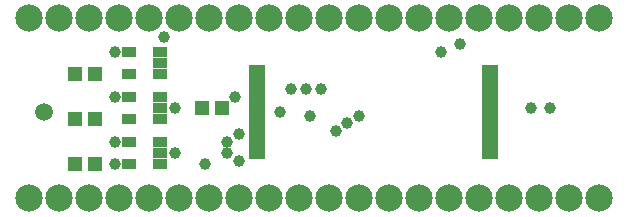
<source format=gts>
G75*
%MOIN*%
%OFA0B0*%
%FSLAX24Y24*%
%IPPOS*%
%LPD*%
%AMOC8*
5,1,8,0,0,1.08239X$1,22.5*
%
%ADD10C,0.0907*%
%ADD11R,0.0552X0.0222*%
%ADD12R,0.0470X0.0352*%
%ADD13C,0.0595*%
%ADD14R,0.0513X0.0474*%
%ADD15C,0.0390*%
D10*
X000680Y000680D03*
X001680Y000680D03*
X002680Y000680D03*
X003680Y000680D03*
X004680Y000680D03*
X005680Y000680D03*
X006680Y000680D03*
X007680Y000680D03*
X008680Y000680D03*
X009680Y000680D03*
X010680Y000680D03*
X011680Y000680D03*
X012680Y000680D03*
X013680Y000680D03*
X014680Y000680D03*
X015680Y000680D03*
X016680Y000680D03*
X017680Y000680D03*
X018680Y000680D03*
X019680Y000680D03*
X019680Y006680D03*
X018680Y006680D03*
X017680Y006680D03*
X016680Y006680D03*
X015680Y006680D03*
X014680Y006680D03*
X013680Y006680D03*
X012680Y006680D03*
X011680Y006680D03*
X010680Y006680D03*
X009680Y006680D03*
X008680Y006680D03*
X007680Y006680D03*
X006680Y006680D03*
X005680Y006680D03*
X004680Y006680D03*
X003680Y006680D03*
X002680Y006680D03*
X001680Y006680D03*
X000680Y006680D03*
D11*
X008302Y005031D03*
X008302Y004835D03*
X008302Y004638D03*
X008302Y004441D03*
X008302Y004244D03*
X008302Y004047D03*
X008302Y003850D03*
X008302Y003653D03*
X008302Y003457D03*
X008302Y003260D03*
X008302Y003063D03*
X008302Y002866D03*
X008302Y002669D03*
X008302Y002472D03*
X008302Y002275D03*
X008302Y002079D03*
X016058Y002079D03*
X016058Y002275D03*
X016058Y002472D03*
X016058Y002669D03*
X016058Y002866D03*
X016058Y003063D03*
X016058Y003260D03*
X016058Y003457D03*
X016058Y003653D03*
X016058Y003850D03*
X016058Y004047D03*
X016058Y004244D03*
X016058Y004441D03*
X016058Y004638D03*
X016058Y004835D03*
X016058Y005031D03*
D12*
X005063Y005180D03*
X005063Y004806D03*
X004043Y004806D03*
X004043Y005554D03*
X005063Y005554D03*
X005063Y004054D03*
X005063Y003680D03*
X004043Y004054D03*
X004043Y003306D03*
X005063Y003306D03*
X005063Y002554D03*
X005063Y002180D03*
X005063Y001806D03*
X004043Y001806D03*
X004043Y002554D03*
D13*
X001180Y003555D03*
D14*
X002220Y003305D03*
X002890Y003305D03*
X006470Y003680D03*
X007140Y003680D03*
X002890Y004805D03*
X002220Y004805D03*
X002220Y001805D03*
X002890Y001805D03*
D15*
X003555Y001806D03*
X003555Y002555D03*
X005555Y002180D03*
X006555Y001805D03*
X007305Y002180D03*
X007680Y001930D03*
X007305Y002555D03*
X007680Y002805D03*
X009055Y003555D03*
X010055Y003430D03*
X011305Y003180D03*
X011680Y003430D03*
X010930Y002930D03*
X007555Y004055D03*
X009430Y004305D03*
X009930Y004305D03*
X010430Y004305D03*
X014430Y005555D03*
X015055Y005805D03*
X017430Y003680D03*
X018055Y003680D03*
X005555Y003680D03*
X003555Y004055D03*
X003555Y005555D03*
X005180Y006055D03*
M02*

</source>
